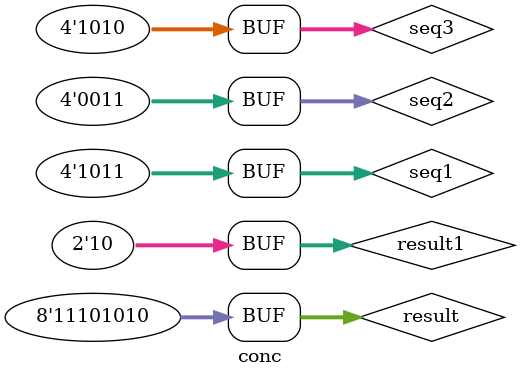
<source format=v>
module conc();
reg[3:0]seq1=4'b1011,seq2=4'b0011,seq3=4'b1010;
reg [7:0]result;
reg [1:0]result1;
always@*
begin

result1=seq1[3:2]&seq2[1:0];
result={{2{result1[1]}},{result1,seq3}};


end


endmodule
</source>
